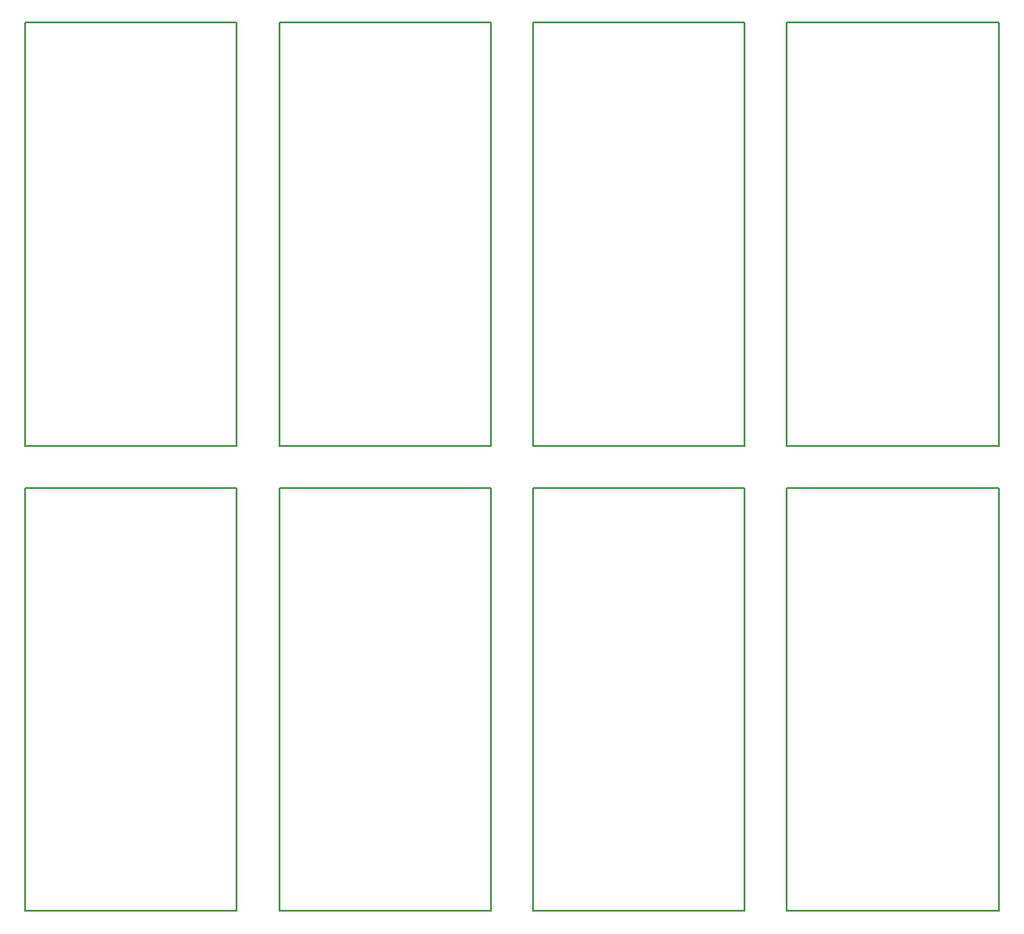
<source format=gm1>
%MOIN*%
%OFA0B0*%
%FSLAX46Y46*%
%IPPOS*%
%LPD*%
%ADD10C,0.005905511811023622*%
%ADD21C,0.005905511811023622*%
%ADD22C,0.005905511811023622*%
%ADD23C,0.005905511811023622*%
%ADD24C,0.005905511811023622*%
%ADD25C,0.005905511811023622*%
%ADD26C,0.005905511811023622*%
%ADD27C,0.005905511811023622*%
D10*
X0000000000Y0000000000D02*
X0000000000Y0001574803D01*
X0000787401Y0000000000D02*
X0000000000Y0000000000D01*
X0000787401Y0001574803D02*
X0000787401Y0000000000D01*
X0000000000Y0001574803D02*
X0000787401Y0001574803D01*
G04 next file*
G04 #@! TF.GenerationSoftware,KiCad,Pcbnew,(5.1.4)-1*
G04 #@! TF.CreationDate,2019-12-06T07:46:03+01:00*
G04 #@! TF.ProjectId,HM-LC-SW1-BA-PCB_mini_MAX1724,484d2d4c-432d-4535-9731-2d42412d5043,rev?*
G04 #@! TF.SameCoordinates,Original*
G04 #@! TF.FileFunction,Profile,NP*
G04 Gerber Fmt 4.6, Leading zero omitted, Abs format (unit mm)*
G04 Created by KiCad (PCBNEW (5.1.4)-1) date 2019-12-06 07:46:03*
G04 APERTURE LIST*
G04 APERTURE END LIST*
D21*
X0000000000Y0001732283D02*
X0000000000Y0003307086D01*
X0000787401Y0001732283D02*
X0000000000Y0001732283D01*
X0000787401Y0003307086D02*
X0000787401Y0001732283D01*
X0000000000Y0003307086D02*
X0000787401Y0003307086D01*
G04 next file*
G04 #@! TF.GenerationSoftware,KiCad,Pcbnew,(5.1.4)-1*
G04 #@! TF.CreationDate,2019-12-06T07:46:03+01:00*
G04 #@! TF.ProjectId,HM-LC-SW1-BA-PCB_mini_MAX1724,484d2d4c-432d-4535-9731-2d42412d5043,rev?*
G04 #@! TF.SameCoordinates,Original*
G04 #@! TF.FileFunction,Profile,NP*
G04 Gerber Fmt 4.6, Leading zero omitted, Abs format (unit mm)*
G04 Created by KiCad (PCBNEW (5.1.4)-1) date 2019-12-06 07:46:03*
G04 APERTURE LIST*
G04 APERTURE END LIST*
D22*
X0000944881Y0000000000D02*
X0000944881Y0001574803D01*
X0001732283Y0000000000D02*
X0000944881Y0000000000D01*
X0001732283Y0001574803D02*
X0001732283Y0000000000D01*
X0000944881Y0001574803D02*
X0001732283Y0001574803D01*
G04 next file*
G04 #@! TF.GenerationSoftware,KiCad,Pcbnew,(5.1.4)-1*
G04 #@! TF.CreationDate,2019-12-06T07:46:03+01:00*
G04 #@! TF.ProjectId,HM-LC-SW1-BA-PCB_mini_MAX1724,484d2d4c-432d-4535-9731-2d42412d5043,rev?*
G04 #@! TF.SameCoordinates,Original*
G04 #@! TF.FileFunction,Profile,NP*
G04 Gerber Fmt 4.6, Leading zero omitted, Abs format (unit mm)*
G04 Created by KiCad (PCBNEW (5.1.4)-1) date 2019-12-06 07:46:03*
G04 APERTURE LIST*
G04 APERTURE END LIST*
D23*
X0001889763Y0000000000D02*
X0001889763Y0001574803D01*
X0002677165Y0000000000D02*
X0001889763Y0000000000D01*
X0002677165Y0001574803D02*
X0002677165Y0000000000D01*
X0001889763Y0001574803D02*
X0002677165Y0001574803D01*
G04 next file*
G04 #@! TF.GenerationSoftware,KiCad,Pcbnew,(5.1.4)-1*
G04 #@! TF.CreationDate,2019-12-06T07:46:03+01:00*
G04 #@! TF.ProjectId,HM-LC-SW1-BA-PCB_mini_MAX1724,484d2d4c-432d-4535-9731-2d42412d5043,rev?*
G04 #@! TF.SameCoordinates,Original*
G04 #@! TF.FileFunction,Profile,NP*
G04 Gerber Fmt 4.6, Leading zero omitted, Abs format (unit mm)*
G04 Created by KiCad (PCBNEW (5.1.4)-1) date 2019-12-06 07:46:03*
G04 APERTURE LIST*
G04 APERTURE END LIST*
D24*
X0002834645Y0000000000D02*
X0002834645Y0001574803D01*
X0003622047Y0000000000D02*
X0002834645Y0000000000D01*
X0003622047Y0001574803D02*
X0003622047Y0000000000D01*
X0002834645Y0001574803D02*
X0003622047Y0001574803D01*
G04 next file*
G04 #@! TF.GenerationSoftware,KiCad,Pcbnew,(5.1.4)-1*
G04 #@! TF.CreationDate,2019-12-06T07:46:03+01:00*
G04 #@! TF.ProjectId,HM-LC-SW1-BA-PCB_mini_MAX1724,484d2d4c-432d-4535-9731-2d42412d5043,rev?*
G04 #@! TF.SameCoordinates,Original*
G04 #@! TF.FileFunction,Profile,NP*
G04 Gerber Fmt 4.6, Leading zero omitted, Abs format (unit mm)*
G04 Created by KiCad (PCBNEW (5.1.4)-1) date 2019-12-06 07:46:03*
G04 APERTURE LIST*
G04 APERTURE END LIST*
D25*
X0000944881Y0001732283D02*
X0000944881Y0003307086D01*
X0001732283Y0001732283D02*
X0000944881Y0001732283D01*
X0001732283Y0003307086D02*
X0001732283Y0001732283D01*
X0000944881Y0003307086D02*
X0001732283Y0003307086D01*
G04 next file*
G04 #@! TF.GenerationSoftware,KiCad,Pcbnew,(5.1.4)-1*
G04 #@! TF.CreationDate,2019-12-06T07:46:03+01:00*
G04 #@! TF.ProjectId,HM-LC-SW1-BA-PCB_mini_MAX1724,484d2d4c-432d-4535-9731-2d42412d5043,rev?*
G04 #@! TF.SameCoordinates,Original*
G04 #@! TF.FileFunction,Profile,NP*
G04 Gerber Fmt 4.6, Leading zero omitted, Abs format (unit mm)*
G04 Created by KiCad (PCBNEW (5.1.4)-1) date 2019-12-06 07:46:03*
G04 APERTURE LIST*
G04 APERTURE END LIST*
D26*
X0001889763Y0001732283D02*
X0001889763Y0003307086D01*
X0002677165Y0001732283D02*
X0001889763Y0001732283D01*
X0002677165Y0003307086D02*
X0002677165Y0001732283D01*
X0001889763Y0003307086D02*
X0002677165Y0003307086D01*
G04 next file*
G04 #@! TF.GenerationSoftware,KiCad,Pcbnew,(5.1.4)-1*
G04 #@! TF.CreationDate,2019-12-06T07:46:03+01:00*
G04 #@! TF.ProjectId,HM-LC-SW1-BA-PCB_mini_MAX1724,484d2d4c-432d-4535-9731-2d42412d5043,rev?*
G04 #@! TF.SameCoordinates,Original*
G04 #@! TF.FileFunction,Profile,NP*
G04 Gerber Fmt 4.6, Leading zero omitted, Abs format (unit mm)*
G04 Created by KiCad (PCBNEW (5.1.4)-1) date 2019-12-06 07:46:03*
G04 APERTURE LIST*
G04 APERTURE END LIST*
D27*
X0002834645Y0001732283D02*
X0002834645Y0003307086D01*
X0003622047Y0001732283D02*
X0002834645Y0001732283D01*
X0003622047Y0003307086D02*
X0003622047Y0001732283D01*
X0002834645Y0003307086D02*
X0003622047Y0003307086D01*
M02*
</source>
